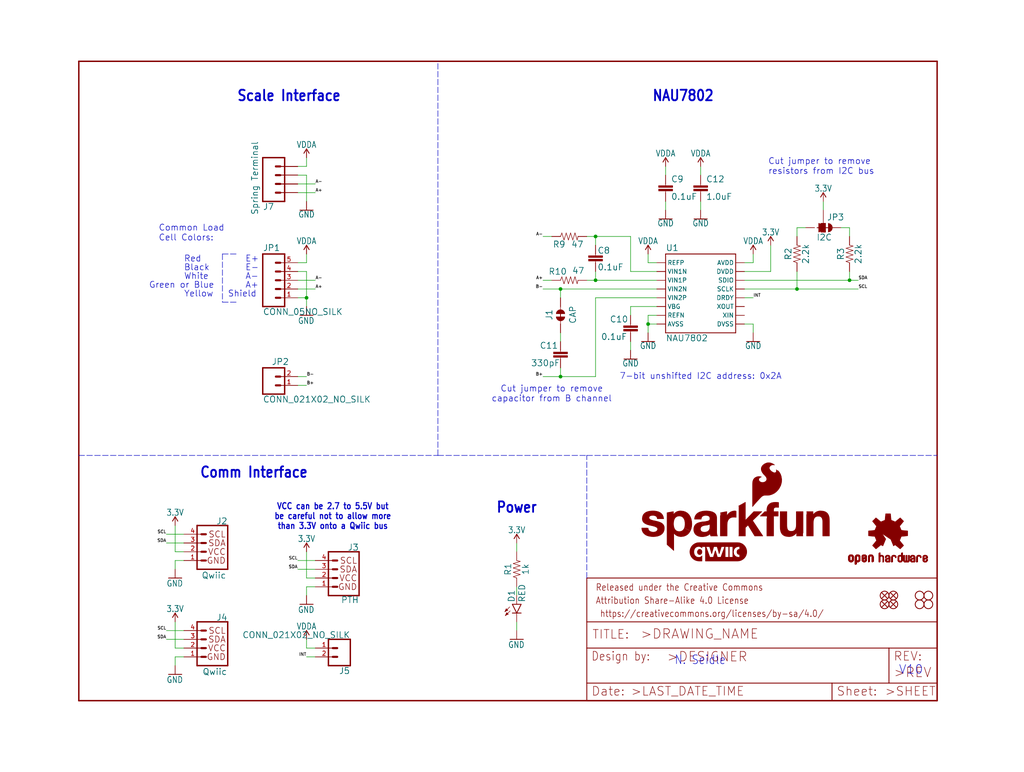
<source format=kicad_sch>
(kicad_sch (version 20211123) (generator eeschema)
  (paper "User" 297.002 223.926)
  (lib_symbols
    (symbol "eagleSchem-eagle-import:0.1UF-0603-25V-(+80{slash}-20%)"
      (property "Reference" "C" (at 1.524 2.921 0))
      (property "Value" "0.1UF-0603-25V-(+80{slash}-20%)" (at 1.524 -2.159 0))
      (symbol "0.1UF-0603-25V-(+80{slash}-20%)_1_0"
        (pin passive line (at 0 5.08 270) (length 2.54) (name "1") (number "1"))
        (pin passive line (at 0 -2.54 90) (length 2.54) (name "2") (number "2"))
      )
    )
    (symbol "eagleSchem-eagle-import:1.0UF-0603-16V-10%"
      (property "Reference" "C" (at 1.524 2.921 0))
      (property "Value" "1.0UF-0603-16V-10%" (at 1.524 -2.159 0))
      (symbol "1.0UF-0603-16V-10%_1_0"
        (pin passive line (at 0 5.08 270) (length 2.54) (name "1") (number "1"))
        (pin passive line (at 0 -2.54 90) (length 2.54) (name "2") (number "2"))
      )
    )
    (symbol "eagleSchem-eagle-import:1KOHM-0603-1{slash}10W-1%"
      (property "Reference" "R" (at 0 1.524 0))
      (property "Value" "1KOHM-0603-1{slash}10W-1%" (at 0 -1.524 0))
      (symbol "1KOHM-0603-1{slash}10W-1%_1_0"
        (pin passive line (at -5.08 0 0) (length 2.54) (name "1") (number "1"))
        (pin passive line (at 5.08 0 180) (length 2.54) (name "2") (number "2"))
      )
    )
    (symbol "eagleSchem-eagle-import:2.2KOHM-0603-1{slash}10W-1%"
      (property "Reference" "R" (at 0 1.524 0))
      (property "Value" "2.2KOHM-0603-1{slash}10W-1%" (at 0 -1.524 0))
      (symbol "2.2KOHM-0603-1{slash}10W-1%_1_0"
        (pin passive line (at -5.08 0 0) (length 2.54) (name "1") (number "1"))
        (pin passive line (at 5.08 0 180) (length 2.54) (name "2") (number "2"))
      )
    )
    (symbol "eagleSchem-eagle-import:3.3V" (power)
      (property "Value" "3.3V" (at 0 2.794 0))
      (symbol "3.3V_1_0"
        (pin power_in line (at 0 0 90) (length 2.54) (name "3.3V") (number "1"))
      )
    )
    (symbol "eagleSchem-eagle-import:330PF-0603-50V-5%"
      (property "Reference" "C" (at 1.524 2.921 0))
      (property "Value" "330PF-0603-50V-5%" (at 1.524 -2.159 0))
      (symbol "330PF-0603-50V-5%_1_0"
        (pin passive line (at 0 5.08 270) (length 2.54) (name "1") (number "1"))
        (pin passive line (at 0 -2.54 90) (length 2.54) (name "2") (number "2"))
      )
    )
    (symbol "eagleSchem-eagle-import:47OHM-0603-1{slash}10W-1%"
      (property "Reference" "R" (at 0 1.524 0))
      (property "Value" "47OHM-0603-1{slash}10W-1%" (at 0 -1.524 0))
      (symbol "47OHM-0603-1{slash}10W-1%_1_0"
        (pin passive line (at -5.08 0 0) (length 2.54) (name "1") (number "1"))
        (pin passive line (at 5.08 0 180) (length 2.54) (name "2") (number "2"))
      )
    )
    (symbol "eagleSchem-eagle-import:CONN_021X02_NO_SILK"
      (property "Reference" "J" (at -2.54 5.588 0))
      (property "Value" "CONN_021X02_NO_SILK" (at -2.54 -4.826 0))
      (symbol "CONN_021X02_NO_SILK_1_0"
        (pin passive line (at 7.62 0 180) (length 5.08) (name "1") (number "1"))
        (pin passive line (at 7.62 2.54 180) (length 5.08) (name "2") (number "2"))
      )
    )
    (symbol "eagleSchem-eagle-import:CONN_04SPRING"
      (property "Reference" "J" (at -5.08 8.128 0))
      (property "Value" "CONN_04SPRING" (at -5.08 -7.366 0))
      (symbol "CONN_04SPRING_1_0"
        (pin passive line (at 5.08 -2.54 180) (length 5.08) (name "1") (number "1"))
        (pin passive line (at 5.08 0 180) (length 5.08) (name "2") (number "2"))
        (pin passive line (at 5.08 2.54 180) (length 5.08) (name "3") (number "3"))
        (pin passive line (at 5.08 5.08 180) (length 5.08) (name "4") (number "4"))
        (pin passive line (at 5.08 -2.54 180) (length 5.08) (name "1") (number "5"))
        (pin passive line (at 5.08 0 180) (length 5.08) (name "2") (number "6"))
        (pin passive line (at 5.08 2.54 180) (length 5.08) (name "3") (number "7"))
        (pin passive line (at 5.08 5.08 180) (length 5.08) (name "4") (number "8"))
      )
    )
    (symbol "eagleSchem-eagle-import:CONN_05NO_SILK"
      (property "Reference" "J" (at -2.54 8.128 0))
      (property "Value" "CONN_05NO_SILK" (at -2.54 -9.906 0))
      (symbol "CONN_05NO_SILK_1_0"
        (pin passive line (at 7.62 -5.08 180) (length 5.08) (name "1") (number "1"))
        (pin passive line (at 7.62 -2.54 180) (length 5.08) (name "2") (number "2"))
        (pin passive line (at 7.62 0 180) (length 5.08) (name "3") (number "3"))
        (pin passive line (at 7.62 2.54 180) (length 5.08) (name "4") (number "4"))
        (pin passive line (at 7.62 5.08 180) (length 5.08) (name "5") (number "5"))
      )
    )
    (symbol "eagleSchem-eagle-import:FIDUCIALUFIDUCIAL")
    (symbol "eagleSchem-eagle-import:FRAME-LETTER"
      (symbol "FRAME-LETTER_2_0"
        (text " https://creativecommons.org/licenses/by-sa/4.0/" (at 2.54 24.13 0) (effects (font (size 1.9304 1.6408)) (justify left bottom)))
        (text ">DESIGNER" (at 23.114 11.176 0) (effects (font (size 2.7432 2.7432)) (justify left bottom)))
        (text ">DRAWING_NAME" (at 15.494 17.78 0) (effects (font (size 2.7432 2.7432)) (justify left bottom)))
        (text ">LAST_DATE_TIME" (at 12.7 1.27 0) (effects (font (size 2.54 2.54)) (justify left bottom)))
        (text ">REV" (at 88.9 6.604 0) (effects (font (size 2.7432 2.7432)) (justify left bottom)))
        (text ">SHEET" (at 86.36 1.27 0) (effects (font (size 2.54 2.54)) (justify left bottom)))
        (text "Attribution Share-Alike 4.0 License" (at 2.54 27.94 0) (effects (font (size 1.9304 1.6408)) (justify left bottom)))
        (text "Date:" (at 1.27 1.27 0) (effects (font (size 2.54 2.54)) (justify left bottom)))
        (text "Design by:" (at 1.27 11.43 0) (effects (font (size 2.54 2.159)) (justify left bottom)))
        (text "Released under the Creative Commons" (at 2.54 31.75 0) (effects (font (size 1.9304 1.6408)) (justify left bottom)))
        (text "REV:" (at 88.9 11.43 0) (effects (font (size 2.54 2.54)) (justify left bottom)))
        (text "Sheet:" (at 72.39 1.27 0) (effects (font (size 2.54 2.54)) (justify left bottom)))
        (text "TITLE:" (at 1.524 17.78 0) (effects (font (size 2.54 2.54)) (justify left bottom)))
      )
    )
    (symbol "eagleSchem-eagle-import:GND" (power)
      (property "Value" "GND" (at 0 -0.254 0))
      (symbol "GND_1_0"
        (pin power_in line (at 0 2.54 270) (length 2.54) (name "GND") (number "1"))
      )
    )
    (symbol "eagleSchem-eagle-import:I2C_STANDARDQWIIC"
      (property "Reference" "J" (at -5.08 7.874 0))
      (property "Value" "I2C_STANDARDQWIIC" (at -5.08 -5.334 0))
      (symbol "I2C_STANDARDQWIIC_1_0"
        (text "GND" (at -4.572 -2.54 0) (effects (font (size 1.778 1.778)) (justify left)))
        (text "SCL" (at -4.572 5.08 0) (effects (font (size 1.778 1.778)) (justify left)))
        (text "SDA" (at -4.572 2.54 0) (effects (font (size 1.778 1.778)) (justify left)))
        (text "VCC" (at -4.572 0 0) (effects (font (size 1.778 1.778)) (justify left)))
        (pin power_in line (at 7.62 -2.54 180) (length 5.08) (name "1") (number "1"))
        (pin power_in line (at 7.62 0 180) (length 5.08) (name "2") (number "2"))
        (pin passive line (at 7.62 2.54 180) (length 5.08) (name "3") (number "3"))
        (pin passive line (at 7.62 5.08 180) (length 5.08) (name "4") (number "4"))
      )
    )
    (symbol "eagleSchem-eagle-import:I2C_STANDARD_NO_SILK"
      (property "Reference" "J" (at -5.08 7.874 0))
      (property "Value" "I2C_STANDARD_NO_SILK" (at -5.08 -5.334 0))
      (symbol "I2C_STANDARD_NO_SILK_1_0"
        (text "GND" (at -4.572 -2.54 0) (effects (font (size 1.778 1.778)) (justify left)))
        (text "SCL" (at -4.572 5.08 0) (effects (font (size 1.778 1.778)) (justify left)))
        (text "SDA" (at -4.572 2.54 0) (effects (font (size 1.778 1.778)) (justify left)))
        (text "VCC" (at -4.572 0 0) (effects (font (size 1.778 1.778)) (justify left)))
        (pin power_in line (at 7.62 -2.54 180) (length 5.08) (name "1") (number "1"))
        (pin power_in line (at 7.62 0 180) (length 5.08) (name "2") (number "2"))
        (pin passive line (at 7.62 2.54 180) (length 5.08) (name "3") (number "3"))
        (pin passive line (at 7.62 5.08 180) (length 5.08) (name "4") (number "4"))
      )
    )
    (symbol "eagleSchem-eagle-import:JUMPER-SMT_2_NC_TRACE_SILK"
      (property "Reference" "JP" (at -2.54 2.54 0))
      (property "Value" "JUMPER-SMT_2_NC_TRACE_SILK" (at -2.54 -2.54 0))
      (symbol "JUMPER-SMT_2_NC_TRACE_SILK_1_0"
        (pin passive line (at -5.08 0 0) (length 2.54) (name "1") (number "1"))
        (pin passive line (at 5.08 0 180) (length 2.54) (name "2") (number "2"))
      )
    )
    (symbol "eagleSchem-eagle-import:JUMPER-SMT_3_2-NC_TRACE_SILK"
      (property "Reference" "JP" (at 2.54 0.381 0))
      (property "Value" "JUMPER-SMT_3_2-NC_TRACE_SILK" (at 2.54 -0.381 0))
      (symbol "JUMPER-SMT_3_2-NC_TRACE_SILK_1_0"
        (pin passive line (at 0 5.08 270) (length 2.54) (name "1") (number "1"))
        (pin passive line (at -5.08 0 0) (length 2.54) (name "2") (number "2"))
        (pin passive line (at 0 -5.08 90) (length 2.54) (name "3") (number "3"))
      )
    )
    (symbol "eagleSchem-eagle-import:LED-RED0603"
      (property "Reference" "D" (at -3.429 -4.572 90))
      (property "Value" "LED-RED0603" (at 1.905 -4.572 90))
      (symbol "LED-RED0603_1_0"
        (pin passive line (at 0 2.54 270) (length 2.54) (name "A") (number "A"))
        (pin passive line (at 0 -5.08 90) (length 2.54) (name "C") (number "C"))
      )
    )
    (symbol "eagleSchem-eagle-import:NAU7802SOIC"
      (property "Reference" "U" (at -10.16 10.922 0))
      (property "Value" "NAU7802SOIC" (at -10.16 -15.24 0))
      (symbol "NAU7802SOIC_1_0"
        (pin bidirectional line (at -12.7 7.62 0) (length 2.54) (name "REFP") (number "1"))
        (pin bidirectional line (at 12.7 -7.62 180) (length 2.54) (name "XIN") (number "10"))
        (pin bidirectional line (at 12.7 -5.08 180) (length 2.54) (name "XOUT") (number "11"))
        (pin bidirectional line (at 12.7 -2.54 180) (length 2.54) (name "DRDY") (number "12"))
        (pin bidirectional line (at 12.7 0 180) (length 2.54) (name "SCLK") (number "13"))
        (pin bidirectional line (at 12.7 2.54 180) (length 2.54) (name "SDIO") (number "14"))
        (pin bidirectional line (at 12.7 5.08 180) (length 2.54) (name "DVDD") (number "15"))
        (pin bidirectional line (at 12.7 7.62 180) (length 2.54) (name "AVDD") (number "16"))
        (pin bidirectional line (at -12.7 5.08 0) (length 2.54) (name "VIN1N") (number "2"))
        (pin bidirectional line (at -12.7 2.54 0) (length 2.54) (name "VIN1P") (number "3"))
        (pin bidirectional line (at -12.7 0 0) (length 2.54) (name "VIN2N") (number "4"))
        (pin bidirectional line (at -12.7 -2.54 0) (length 2.54) (name "VIN2P") (number "5"))
        (pin bidirectional line (at -12.7 -5.08 0) (length 2.54) (name "VBG") (number "6"))
        (pin bidirectional line (at -12.7 -7.62 0) (length 2.54) (name "REFN") (number "7"))
        (pin bidirectional line (at -12.7 -10.16 0) (length 2.54) (name "AVSS") (number "8"))
        (pin bidirectional line (at 12.7 -10.16 180) (length 2.54) (name "DVSS") (number "9"))
      )
    )
    (symbol "eagleSchem-eagle-import:OSHW-LOGOMINI")
    (symbol "eagleSchem-eagle-import:QWIIC_LOGO_7MM")
    (symbol "eagleSchem-eagle-import:SFE_LOGO_NAME_FLAME.1_INCH")
    (symbol "eagleSchem-eagle-import:STAND-OFF")
    (symbol "eagleSchem-eagle-import:VDDA" (power)
      (property "Value" "VDDA" (at 0 2.794 0))
      (symbol "VDDA_1_0"
        (pin power_in line (at 0 0 90) (length 2.54) (name "VDDA") (number "1"))
      )
    )
  )
  (junction (at 172.72 68.58))
  (junction (at 88.9 86.36))
  (junction (at 231.14 83.82))
  (junction (at 172.72 81.28))
  (junction (at 162.56 83.82))
  (junction (at 187.96 93.98))
  (junction (at 162.56 109.22))
  (junction (at 246.38 81.28))
  (polyline (pts (xy 127 132.08) (xy 170.18 132.08)))
  (wire (pts (xy 86.36 55.88) (xy 91.44 55.88)))
  (wire (pts (xy 215.9 86.36) (xy 218.44 86.36)))
  (wire (pts (xy 162.56 83.82) (xy 162.56 86.36)))
  (wire (pts (xy 91.44 165.1) (xy 86.36 165.1)))
  (wire (pts (xy 149.86 172.72) (xy 149.86 170.18)))
  (wire (pts (xy 187.96 73.66) (xy 187.96 76.2)))
  (wire (pts (xy 149.86 182.88) (xy 149.86 180.34)))
  (wire (pts (xy 215.9 81.28) (xy 246.38 81.28)))
  (wire (pts (xy 53.34 187.96) (xy 50.8 187.96)))
  (wire (pts (xy 215.9 83.82) (xy 231.14 83.82)))
  (wire (pts (xy 190.5 86.36) (xy 172.72 86.36)))
  (wire (pts (xy 157.48 83.82) (xy 162.56 83.82)))
  (wire (pts (xy 88.9 170.18) (xy 88.9 172.72)))
  (wire (pts (xy 50.8 190.5) (xy 50.8 193.04)))
  (wire (pts (xy 53.34 157.48) (xy 48.26 157.48)))
  (wire (pts (xy 231.14 83.82) (xy 248.92 83.82)))
  (wire (pts (xy 88.9 187.96) (xy 88.9 185.42)))
  (wire (pts (xy 218.44 76.2) (xy 218.44 73.66)))
  (wire (pts (xy 223.52 78.74) (xy 223.52 71.12)))
  (wire (pts (xy 172.72 71.12) (xy 172.72 68.58)))
  (wire (pts (xy 86.36 81.28) (xy 91.44 81.28)))
  (wire (pts (xy 218.44 93.98) (xy 218.44 96.52)))
  (wire (pts (xy 172.72 86.36) (xy 172.72 109.22)))
  (wire (pts (xy 246.38 81.28) (xy 248.92 81.28)))
  (polyline (pts (xy 170.18 167.64) (xy 170.18 132.08)))
  (wire (pts (xy 233.68 66.04) (xy 231.14 66.04)))
  (wire (pts (xy 86.36 109.22) (xy 88.9 109.22)))
  (wire (pts (xy 172.72 68.58) (xy 182.88 68.58)))
  (wire (pts (xy 91.44 187.96) (xy 88.9 187.96)))
  (wire (pts (xy 88.9 50.8) (xy 88.9 58.42)))
  (wire (pts (xy 91.44 162.56) (xy 86.36 162.56)))
  (wire (pts (xy 86.36 50.8) (xy 88.9 50.8)))
  (wire (pts (xy 162.56 99.06) (xy 162.56 96.52)))
  (wire (pts (xy 190.5 78.74) (xy 182.88 78.74)))
  (wire (pts (xy 86.36 83.82) (xy 91.44 83.82)))
  (wire (pts (xy 53.34 154.94) (xy 48.26 154.94)))
  (polyline (pts (xy 64.516 73.66) (xy 68.58 73.66)))
  (wire (pts (xy 182.88 88.9) (xy 182.88 91.44)))
  (wire (pts (xy 190.5 88.9) (xy 182.88 88.9)))
  (wire (pts (xy 88.9 86.36) (xy 88.9 88.9)))
  (wire (pts (xy 193.04 48.26) (xy 193.04 50.8)))
  (wire (pts (xy 50.8 160.02) (xy 50.8 152.4)))
  (wire (pts (xy 157.48 68.58) (xy 160.02 68.58)))
  (polyline (pts (xy 127 132.08) (xy 127 17.78)))
  (wire (pts (xy 91.44 190.5) (xy 88.9 190.5)))
  (wire (pts (xy 53.34 162.56) (xy 50.8 162.56)))
  (wire (pts (xy 53.34 160.02) (xy 50.8 160.02)))
  (wire (pts (xy 88.9 48.26) (xy 88.9 45.72)))
  (wire (pts (xy 193.04 58.42) (xy 193.04 60.96)))
  (wire (pts (xy 53.34 185.42) (xy 48.26 185.42)))
  (wire (pts (xy 53.34 182.88) (xy 48.26 182.88)))
  (wire (pts (xy 91.44 167.64) (xy 88.9 167.64)))
  (wire (pts (xy 50.8 162.56) (xy 50.8 165.1)))
  (wire (pts (xy 86.36 86.36) (xy 88.9 86.36)))
  (wire (pts (xy 50.8 187.96) (xy 50.8 180.34)))
  (wire (pts (xy 91.44 170.18) (xy 88.9 170.18)))
  (wire (pts (xy 162.56 109.22) (xy 157.48 109.22)))
  (wire (pts (xy 231.14 66.04) (xy 231.14 68.58)))
  (wire (pts (xy 172.72 78.74) (xy 172.72 81.28)))
  (polyline (pts (xy 64.516 73.66) (xy 64.516 87.63)))
  (wire (pts (xy 88.9 167.64) (xy 88.9 160.02)))
  (wire (pts (xy 86.36 111.76) (xy 88.9 111.76)))
  (wire (pts (xy 190.5 81.28) (xy 172.72 81.28)))
  (wire (pts (xy 53.34 190.5) (xy 50.8 190.5)))
  (wire (pts (xy 203.2 48.26) (xy 203.2 50.8)))
  (wire (pts (xy 238.76 58.42) (xy 238.76 60.96)))
  (wire (pts (xy 190.5 91.44) (xy 187.96 91.44)))
  (wire (pts (xy 88.9 76.2) (xy 88.9 73.66)))
  (wire (pts (xy 170.18 68.58) (xy 172.72 68.58)))
  (wire (pts (xy 86.36 76.2) (xy 88.9 76.2)))
  (wire (pts (xy 172.72 81.28) (xy 170.18 81.28)))
  (wire (pts (xy 215.9 76.2) (xy 218.44 76.2)))
  (wire (pts (xy 162.56 109.22) (xy 162.56 106.68)))
  (wire (pts (xy 190.5 83.82) (xy 162.56 83.82)))
  (wire (pts (xy 187.96 93.98) (xy 187.96 96.52)))
  (wire (pts (xy 182.88 101.6) (xy 182.88 99.06)))
  (wire (pts (xy 246.38 78.74) (xy 246.38 81.28)))
  (polyline (pts (xy 170.18 132.08) (xy 271.78 132.08)))
  (wire (pts (xy 215.9 93.98) (xy 218.44 93.98)))
  (wire (pts (xy 157.48 81.28) (xy 160.02 81.28)))
  (wire (pts (xy 149.86 157.48) (xy 149.86 160.02)))
  (wire (pts (xy 203.2 58.42) (xy 203.2 60.96)))
  (wire (pts (xy 88.9 78.74) (xy 88.9 86.36)))
  (wire (pts (xy 246.38 66.04) (xy 246.38 68.58)))
  (polyline (pts (xy 22.86 132.08) (xy 127 132.08)))
  (wire (pts (xy 187.96 91.44) (xy 187.96 93.98)))
  (wire (pts (xy 231.14 78.74) (xy 231.14 83.82)))
  (wire (pts (xy 182.88 68.58) (xy 182.88 78.74)))
  (wire (pts (xy 86.36 53.34) (xy 91.44 53.34)))
  (wire (pts (xy 243.84 66.04) (xy 246.38 66.04)))
  (wire (pts (xy 172.72 109.22) (xy 162.56 109.22)))
  (polyline (pts (xy 64.516 87.63) (xy 68.58 87.63)))
  (wire (pts (xy 187.96 76.2) (xy 190.5 76.2)))
  (wire (pts (xy 215.9 78.74) (xy 223.52 78.74)))
  (wire (pts (xy 86.36 78.74) (xy 88.9 78.74)))
  (wire (pts (xy 86.36 48.26) (xy 88.9 48.26)))
  (wire (pts (xy 190.5 93.98) (xy 187.96 93.98)))
  (text "7-bit unshifted I2C address: 0x2A" (at 203.2 109.22 180) (effects (font (size 1.778 1.778))))
  (text "N. Seidle" (at 195.58 193.04 180) (effects (font (size 2.54 2.159)) (justify left bottom)))
  (text "White" (at 53.34 81.28 180) (effects (font (size 1.778 1.778)) (justify left bottom)))
  (text "Scale Interface" (at 83.82 27.94 180) (effects (font (size 3.048 2.5908) (thickness 0.5182) bold)))
  (text "Comm Interface" (at 73.66 137.16 180) (effects (font (size 3.048 2.5908) (thickness 0.5182) bold)))
  (text "V10" (at 260.604 195.834 180) (effects (font (size 2.54 2.54)) (justify left bottom)))
  (text "Cut jumper to remove\ncapacitor from B channel" (at 160.02 114.3 180) (effects (font (size 1.778 1.778))))
  (text "A+" (at 71.12 83.82 180) (effects (font (size 1.778 1.778)) (justify left bottom)))
  (text "E-" (at 71.12 78.74 180) (effects (font (size 1.778 1.778)) (justify left bottom)))
  (text "Yellow" (at 53.34 86.36 180) (effects (font (size 1.778 1.778)) (justify left bottom)))
  (text "VCC can be 2.7 to 5.5V but\nbe careful not to allow more\nthan 3.3V onto a Qwiic bus" (at 96.52 149.86 0) (effects (font (size 1.778 1.5113) (thickness 0.3023) bold)))
  (text "E+" (at 71.12 76.2 180) (effects (font (size 1.778 1.778)) (justify left bottom)))
  (text "A-" (at 71.12 81.28 180) (effects (font (size 1.778 1.778)) (justify left bottom)))
  (text "Power" (at 149.86 147.32 180) (effects (font (size 3.048 2.5908) (thickness 0.5182) bold)))
  (text "Red" (at 53.34 76.2 180) (effects (font (size 1.778 1.778)) (justify left bottom)))
  (text "NAU7802" (at 198.12 27.94 180) (effects (font (size 3.048 2.5908) (thickness 0.5182) bold)))
  (text "Shield" (at 66.04 86.36 180) (effects (font (size 1.778 1.778)) (justify left bottom)))
  (text "Black" (at 53.34 78.74 180) (effects (font (size 1.778 1.778)) (justify left bottom)))
  (text "Green or Blue" (at 43.18 83.82 180) (effects (font (size 1.778 1.778)) (justify left bottom)))
  (text "Cut jumper to remove\nresistors from I2C bus" (at 222.758 50.8 180) (effects (font (size 1.778 1.778)) (justify left bottom)))
  (text "Common Load\nCell Colors:" (at 45.974 70.104 180) (effects (font (size 1.778 1.778)) (justify left bottom)))
  (label "B-" (at 157.48 83.82 180) (effects (font (size 0.889 0.889))))
  (label "A-" (at 91.44 81.28 0) (effects (font (size 0.889 0.889))))
  (label "SDA" (at 248.92 81.28 0) (effects (font (size 0.889 0.889))))
  (label "A+" (at 91.44 83.82 0) (effects (font (size 0.889 0.889))))
  (label "SCL" (at 248.92 83.82 0) (effects (font (size 0.889 0.889))))
  (label "A+" (at 157.48 81.28 180) (effects (font (size 0.889 0.889))))
  (label "SDA" (at 86.36 165.1 180) (effects (font (size 0.889 0.889))))
  (label "INT" (at 218.44 86.36 0) (effects (font (size 0.889 0.889))))
  (label "SDA" (at 48.26 157.48 180) (effects (font (size 0.889 0.889))))
  (label "SCL" (at 48.26 182.88 180) (effects (font (size 0.889 0.889))))
  (label "INT" (at 88.9 190.5 180) (effects (font (size 0.889 0.889))))
  (label "B+" (at 88.9 111.76 0) (effects (font (size 0.889 0.889))))
  (label "A+" (at 91.44 55.88 0) (effects (font (size 0.889 0.889))))
  (label "A-" (at 157.48 68.58 180) (effects (font (size 0.889 0.889))))
  (label "B+" (at 157.48 109.22 180) (effects (font (size 0.889 0.889))))
  (label "SCL" (at 48.26 154.94 180) (effects (font (size 0.889 0.889))))
  (label "SDA" (at 48.26 185.42 180) (effects (font (size 0.889 0.889))))
  (label "SCL" (at 86.36 162.56 180) (effects (font (size 0.889 0.889))))
  (label "A-" (at 91.44 53.34 0) (effects (font (size 0.889 0.889))))
  (label "B-" (at 88.9 109.22 0) (effects (font (size 0.889 0.889))))
  (symbol (lib_id "eagleSchem-eagle-import:0.1UF-0603-25V-(+80{slash}-20%)") (at 193.04 55.88 0) (unit 1)
    (property "Reference" "C9" (at 194.564 52.959 0) (effects (font (size 1.778 1.778)) (justify left bottom)))
    (property "Value" "0.1uF" (at 194.564 58.039 0) (effects (font (size 1.778 1.778)) (justify left bottom)))
    (property "Footprint" "eagleSchem:0603" (effects hide))
  )
  (symbol (lib_id "eagleSchem-eagle-import:STAND-OFF") (at 266.7 172.72 0) (unit 1)
    (property "Reference" "JP91" (effects hide))
    (property "Value" "STAND-OFF" (effects hide))
    (property "Footprint" "eagleSchem:STAND-OFF" (effects hide))
  )
  (symbol (lib_id "eagleSchem-eagle-import:GND") (at 182.88 104.14 0) (unit 1)
    (property "Reference" "#GND19" (effects hide))
    (property "Value" "GND" (at 182.88 104.394 0) (effects (font (size 1.778 1.5113)) (justify top)))
    (property "Footprint" "eagleSchem:" (effects hide))
  )
  (symbol (lib_id "eagleSchem-eagle-import:FIDUCIALUFIDUCIAL") (at 259.08 172.72 0) (unit 1)
    (property "Reference" "JP61" (effects hide))
    (property "Value" "FIDUCIALUFIDUCIAL" (effects hide))
    (property "Footprint" "eagleSchem:MICRO-FIDUCIAL" (effects hide))
  )
  (symbol (lib_id "eagleSchem-eagle-import:GND") (at 203.2 63.5 0) (unit 1)
    (property "Reference" "#GND24" (effects hide))
    (property "Value" "GND" (at 203.2 63.754 0) (effects (font (size 1.778 1.5113)) (justify top)))
    (property "Footprint" "eagleSchem:" (effects hide))
  )
  (symbol (lib_id "eagleSchem-eagle-import:VDDA") (at 88.9 73.66 0) (unit 1)
    (property "Reference" "#U$73" (effects hide))
    (property "Value" "VDDA" (at 88.9 70.866 0) (effects (font (size 1.778 1.5113)) (justify bottom)))
    (property "Footprint" "eagleSchem:" (effects hide))
  )
  (symbol (lib_id "eagleSchem-eagle-import:FRAME-LETTER") (at 22.86 203.2 0) (unit 1)
    (property "Reference" "FRAME1" (effects hide))
    (property "Value" "FRAME-LETTER" (effects hide))
    (property "Footprint" "eagleSchem:CREATIVE_COMMONS" (effects hide))
  )
  (symbol (lib_id "eagleSchem-eagle-import:STAND-OFF") (at 269.24 175.26 0) (unit 1)
    (property "Reference" "JP41" (effects hide))
    (property "Value" "STAND-OFF" (effects hide))
    (property "Footprint" "eagleSchem:STAND-OFF" (effects hide))
  )
  (symbol (lib_id "eagleSchem-eagle-import:1KOHM-0603-1{slash}10W-1%") (at 149.86 165.1 90) (unit 1)
    (property "Reference" "R1" (at 148.336 165.1 0) (effects (font (size 1.778 1.778)) (justify bottom)))
    (property "Value" "1k" (at 151.384 165.1 0) (effects (font (size 1.778 1.778)) (justify top)))
    (property "Footprint" "eagleSchem:0603" (effects hide))
  )
  (symbol (lib_id "eagleSchem-eagle-import:STAND-OFF") (at 269.24 172.72 0) (unit 1)
    (property "Reference" "JP31" (effects hide))
    (property "Value" "STAND-OFF" (effects hide))
    (property "Footprint" "eagleSchem:STAND-OFF" (effects hide))
  )
  (symbol (lib_id "eagleSchem-eagle-import:1.0UF-0603-16V-10%") (at 203.2 55.88 0) (unit 1)
    (property "Reference" "C12" (at 204.724 52.959 0) (effects (font (size 1.778 1.778)) (justify left bottom)))
    (property "Value" "1.0uF" (at 204.724 58.039 0) (effects (font (size 1.778 1.778)) (justify left bottom)))
    (property "Footprint" "eagleSchem:0603" (effects hide))
  )
  (symbol (lib_id "eagleSchem-eagle-import:3.3V") (at 50.8 152.4 0) (unit 1)
    (property "Reference" "#SUPPLY4" (effects hide))
    (property "Value" "3.3V" (at 50.8 149.606 0) (effects (font (size 1.778 1.5113)) (justify bottom)))
    (property "Footprint" "eagleSchem:" (effects hide))
  )
  (symbol (lib_id "eagleSchem-eagle-import:47OHM-0603-1{slash}10W-1%") (at 165.1 68.58 0) (unit 1)
    (property "Reference" "R9" (at 160.274 71.882 0) (effects (font (size 1.778 1.778)) (justify left bottom)))
    (property "Value" "47" (at 165.608 71.882 0) (effects (font (size 1.778 1.778)) (justify left bottom)))
    (property "Footprint" "eagleSchem:0603" (effects hide))
  )
  (symbol (lib_id "eagleSchem-eagle-import:I2C_STANDARD_NO_SILK") (at 99.06 167.64 0) (mirror y) (unit 1)
    (property "Reference" "J3" (at 104.14 159.766 0) (effects (font (size 1.778 1.778)) (justify left bottom)))
    (property "Value" "PTH" (at 104.14 172.974 0) (effects (font (size 1.778 1.778)) (justify left top)))
    (property "Footprint" "eagleSchem:1X04_NO_SILK" (effects hide))
  )
  (symbol (lib_id "eagleSchem-eagle-import:0.1UF-0603-25V-(+80{slash}-20%)") (at 182.88 96.52 0) (unit 1)
    (property "Reference" "C10" (at 176.784 93.599 0) (effects (font (size 1.778 1.778)) (justify left bottom)))
    (property "Value" "0.1uF" (at 174.244 98.679 0) (effects (font (size 1.778 1.778)) (justify left bottom)))
    (property "Footprint" "eagleSchem:0603" (effects hide))
  )
  (symbol (lib_id "eagleSchem-eagle-import:GND") (at 50.8 167.64 0) (unit 1)
    (property "Reference" "#GND6" (effects hide))
    (property "Value" "GND" (at 48.26 170.18 0) (effects (font (size 1.778 1.5113)) (justify left bottom)))
    (property "Footprint" "eagleSchem:" (effects hide))
  )
  (symbol (lib_id "eagleSchem-eagle-import:FIDUCIALUFIDUCIAL") (at 256.54 175.26 270) (unit 1)
    (property "Reference" "JP71" (effects hide))
    (property "Value" "FIDUCIALUFIDUCIAL" (effects hide))
    (property "Footprint" "eagleSchem:MICRO-FIDUCIAL" (effects hide))
  )
  (symbol (lib_id "eagleSchem-eagle-import:GND") (at 193.04 63.5 0) (unit 1)
    (property "Reference" "#GND25" (effects hide))
    (property "Value" "GND" (at 193.04 63.754 0) (effects (font (size 1.778 1.5113)) (justify top)))
    (property "Footprint" "eagleSchem:" (effects hide))
  )
  (symbol (lib_id "eagleSchem-eagle-import:CONN_05NO_SILK") (at 78.74 81.28 0) (unit 1)
    (property "Reference" "JP1" (at 76.2 72.898 0) (effects (font (size 1.778 1.778)) (justify left bottom)))
    (property "Value" "CONN_05NO_SILK" (at 76.2 91.44 0) (effects (font (size 1.778 1.778)) (justify left bottom)))
    (property "Footprint" "eagleSchem:1X05_NO_SILK" (effects hide))
  )
  (symbol (lib_id "eagleSchem-eagle-import:VDDA") (at 193.04 48.26 0) (unit 1)
    (property "Reference" "#U$2" (effects hide))
    (property "Value" "VDDA" (at 193.04 45.466 0) (effects (font (size 1.778 1.5113)) (justify bottom)))
    (property "Footprint" "eagleSchem:" (effects hide))
  )
  (symbol (lib_id "eagleSchem-eagle-import:3.3V") (at 149.86 157.48 0) (unit 1)
    (property "Reference" "#P+1" (effects hide))
    (property "Value" "3.3V" (at 149.86 154.686 0) (effects (font (size 1.778 1.5113)) (justify bottom)))
    (property "Footprint" "eagleSchem:" (effects hide))
  )
  (symbol (lib_id "eagleSchem-eagle-import:CONN_021X02_NO_SILK") (at 78.74 111.76 0) (unit 1)
    (property "Reference" "JP2" (at 78.74 105.918 0) (effects (font (size 1.778 1.778)) (justify left bottom)))
    (property "Value" "CONN_021X02_NO_SILK" (at 76.2 116.84 0) (effects (font (size 1.778 1.778)) (justify left bottom)))
    (property "Footprint" "eagleSchem:1X02_NO_SILK" (effects hide))
  )
  (symbol (lib_id "eagleSchem-eagle-import:GND") (at 149.86 185.42 0) (unit 1)
    (property "Reference" "#GND12" (effects hide))
    (property "Value" "GND" (at 147.32 187.96 0) (effects (font (size 1.778 1.5113)) (justify left bottom)))
    (property "Footprint" "eagleSchem:" (effects hide))
  )
  (symbol (lib_id "eagleSchem-eagle-import:VDDA") (at 88.9 185.42 0) (unit 1)
    (property "Reference" "#U$74" (effects hide))
    (property "Value" "VDDA" (at 88.9 182.626 0) (effects (font (size 1.778 1.5113)) (justify bottom)))
    (property "Footprint" "eagleSchem:" (effects hide))
  )
  (symbol (lib_id "eagleSchem-eagle-import:SFE_LOGO_NAME_FLAME.1_INCH") (at 185.42 160.02 0) (unit 1)
    (property "Reference" "LOGO2" (effects hide))
    (property "Value" "SFE_LOGO_NAME_FLAME.1_INCH" (effects hide))
    (property "Footprint" "eagleSchem:SFE_LOGO_NAME_FLAME_.1" (effects hide))
  )
  (symbol (lib_id "eagleSchem-eagle-import:VDDA") (at 203.2 48.26 0) (unit 1)
    (property "Reference" "#U$47" (effects hide))
    (property "Value" "VDDA" (at 203.2 45.466 0) (effects (font (size 1.778 1.5113)) (justify bottom)))
    (property "Footprint" "eagleSchem:" (effects hide))
  )
  (symbol (lib_id "eagleSchem-eagle-import:JUMPER-SMT_3_2-NC_TRACE_SILK") (at 238.76 66.04 270) (unit 1)
    (property "Reference" "JP3" (at 239.776 64.008 90) (effects (font (size 1.778 1.778)) (justify left bottom)))
    (property "Value" "I2C" (at 236.728 69.85 90) (effects (font (size 1.778 1.778)) (justify left bottom)))
    (property "Footprint" "eagleSchem:SMT-JUMPER_3_2-NC_TRACE_SILK" (effects hide))
  )
  (symbol (lib_id "eagleSchem-eagle-import:JUMPER-SMT_2_NC_TRACE_SILK") (at 162.56 91.44 90) (unit 1)
    (property "Reference" "J1" (at 160.274 92.964 0) (effects (font (size 1.778 1.778)) (justify left bottom)))
    (property "Value" "CAP" (at 165.1 93.98 0) (effects (font (size 1.778 1.778)) (justify left top)))
    (property "Footprint" "eagleSchem:SMT-JUMPER_2_NC_TRACE_SILK" (effects hide))
  )
  (symbol (lib_id "eagleSchem-eagle-import:0.1UF-0603-25V-(+80{slash}-20%)") (at 172.72 76.2 0) (unit 1)
    (property "Reference" "C8" (at 173.228 73.66 0) (effects (font (size 1.778 1.778)) (justify left bottom)))
    (property "Value" "0.1uF" (at 173.228 78.486 0) (effects (font (size 1.778 1.778)) (justify left bottom)))
    (property "Footprint" "eagleSchem:0603" (effects hide))
  )
  (symbol (lib_id "eagleSchem-eagle-import:VDDA") (at 187.96 73.66 0) (unit 1)
    (property "Reference" "#U$54" (effects hide))
    (property "Value" "VDDA" (at 187.96 70.866 0) (effects (font (size 1.778 1.5113)) (justify bottom)))
    (property "Footprint" "eagleSchem:" (effects hide))
  )
  (symbol (lib_id "eagleSchem-eagle-import:47OHM-0603-1{slash}10W-1%") (at 165.1 81.28 0) (unit 1)
    (property "Reference" "R10" (at 159.004 79.756 0) (effects (font (size 1.778 1.778)) (justify left bottom)))
    (property "Value" "47" (at 165.862 79.502 0) (effects (font (size 1.778 1.778)) (justify left bottom)))
    (property "Footprint" "eagleSchem:0603" (effects hide))
  )
  (symbol (lib_id "eagleSchem-eagle-import:CONN_021X02_NO_SILK") (at 99.06 187.96 180) (unit 1)
    (property "Reference" "J5" (at 101.6 193.548 0) (effects (font (size 1.778 1.778)) (justify left bottom)))
    (property "Value" "CONN_021X02_NO_SILK" (at 101.6 183.134 0) (effects (font (size 1.778 1.778)) (justify left bottom)))
    (property "Footprint" "eagleSchem:1X02_NO_SILK" (effects hide))
  )
  (symbol (lib_id "eagleSchem-eagle-import:GND") (at 88.9 175.26 0) (unit 1)
    (property "Reference" "#GND7" (effects hide))
    (property "Value" "GND" (at 86.36 177.8 0) (effects (font (size 1.778 1.5113)) (justify left bottom)))
    (property "Footprint" "eagleSchem:" (effects hide))
  )
  (symbol (lib_id "eagleSchem-eagle-import:3.3V") (at 223.52 71.12 0) (unit 1)
    (property "Reference" "#SUPPLY17" (effects hide))
    (property "Value" "3.3V" (at 223.52 68.326 0) (effects (font (size 1.778 1.5113)) (justify bottom)))
    (property "Footprint" "eagleSchem:" (effects hide))
  )
  (symbol (lib_id "eagleSchem-eagle-import:NAU7802SOIC") (at 203.2 83.82 0) (unit 1)
    (property "Reference" "U1" (at 193.04 72.898 0) (effects (font (size 1.778 1.778)) (justify left bottom)))
    (property "Value" "NAU7802" (at 193.04 99.06 0) (effects (font (size 1.778 1.778)) (justify left bottom)))
    (property "Footprint" "eagleSchem:SO16" (effects hide))
  )
  (symbol (lib_id "eagleSchem-eagle-import:GND") (at 50.8 195.58 0) (unit 1)
    (property "Reference" "#GND8" (effects hide))
    (property "Value" "GND" (at 48.26 198.12 0) (effects (font (size 1.778 1.5113)) (justify left bottom)))
    (property "Footprint" "eagleSchem:" (effects hide))
  )
  (symbol (lib_id "eagleSchem-eagle-import:GND") (at 88.9 91.44 0) (unit 1)
    (property "Reference" "#GND9" (effects hide))
    (property "Value" "GND" (at 86.36 93.98 0) (effects (font (size 1.778 1.5113)) (justify left bottom)))
    (property "Footprint" "eagleSchem:" (effects hide))
  )
  (symbol (lib_id "eagleSchem-eagle-import:GND") (at 88.9 60.96 0) (unit 1)
    (property "Reference" "#GND1" (effects hide))
    (property "Value" "GND" (at 88.9 61.214 0) (effects (font (size 1.778 1.5113)) (justify top)))
    (property "Footprint" "eagleSchem:" (effects hide))
  )
  (symbol (lib_id "eagleSchem-eagle-import:2.2KOHM-0603-1{slash}10W-1%") (at 246.38 73.66 90) (unit 1)
    (property "Reference" "R3" (at 244.856 73.66 0) (effects (font (size 1.778 1.778)) (justify bottom)))
    (property "Value" "2.2k" (at 247.904 73.66 0) (effects (font (size 1.778 1.778)) (justify top)))
    (property "Footprint" "eagleSchem:0603" (effects hide))
  )
  (symbol (lib_id "eagleSchem-eagle-import:STAND-OFF") (at 266.7 175.26 0) (unit 1)
    (property "Reference" "JP101" (effects hide))
    (property "Value" "STAND-OFF" (effects hide))
    (property "Footprint" "eagleSchem:STAND-OFF" (effects hide))
  )
  (symbol (lib_id "eagleSchem-eagle-import:3.3V") (at 50.8 180.34 0) (unit 1)
    (property "Reference" "#SUPPLY8" (effects hide))
    (property "Value" "3.3V" (at 50.8 177.546 0) (effects (font (size 1.778 1.5113)) (justify bottom)))
    (property "Footprint" "eagleSchem:" (effects hide))
  )
  (symbol (lib_id "eagleSchem-eagle-import:LED-RED0603") (at 149.86 175.26 0) (unit 1)
    (property "Reference" "D1" (at 149.352 174.752 90) (effects (font (size 1.778 1.778)) (justify left bottom)))
    (property "Value" "RED" (at 150.368 174.752 90) (effects (font (size 1.778 1.778)) (justify left top)))
    (property "Footprint" "eagleSchem:LED-0603" (effects hide))
  )
  (symbol (lib_id "eagleSchem-eagle-import:2.2KOHM-0603-1{slash}10W-1%") (at 231.14 73.66 90) (unit 1)
    (property "Reference" "R2" (at 229.616 73.66 0) (effects (font (size 1.778 1.778)) (justify bottom)))
    (property "Value" "2.2k" (at 232.664 73.66 0) (effects (font (size 1.778 1.778)) (justify top)))
    (property "Footprint" "eagleSchem:0603" (effects hide))
  )
  (symbol (lib_id "eagleSchem-eagle-import:GND") (at 187.96 99.06 0) (unit 1)
    (property "Reference" "#GND20" (effects hide))
    (property "Value" "GND" (at 187.96 99.314 0) (effects (font (size 1.778 1.5113)) (justify top)))
    (property "Footprint" "eagleSchem:" (effects hide))
  )
  (symbol (lib_id "eagleSchem-eagle-import:I2C_STANDARDQWIIC") (at 60.96 187.96 0) (mirror y) (unit 1)
    (property "Reference" "J4" (at 66.04 180.086 0) (effects (font (size 1.778 1.778)) (justify left bottom)))
    (property "Value" "Qwiic" (at 58.674 193.802 0) (effects (font (size 1.778 1.778)) (justify right top)))
    (property "Footprint" "eagleSchem:JST04_1MM_RA" (effects hide))
  )
  (symbol (lib_id "eagleSchem-eagle-import:QWIIC_LOGO_7MM") (at 208.28 160.02 0) (unit 1)
    (property "Reference" "U$16" (effects hide))
    (property "Value" "QWIIC_LOGO_7MM" (effects hide))
    (property "Footprint" "eagleSchem:QWIIC_7MM" (effects hide))
  )
  (symbol (lib_id "eagleSchem-eagle-import:I2C_STANDARDQWIIC") (at 60.96 160.02 0) (mirror y) (unit 1)
    (property "Reference" "J2" (at 66.04 152.146 0) (effects (font (size 1.778 1.778)) (justify left bottom)))
    (property "Value" "Qwiic" (at 58.42 167.894 0) (effects (font (size 1.778 1.778)) (justify right bottom)))
    (property "Footprint" "eagleSchem:JST04_1MM_RA" (effects hide))
  )
  (symbol (lib_id "eagleSchem-eagle-import:VDDA") (at 88.9 45.72 0) (unit 1)
    (property "Reference" "#U$10" (effects hide))
    (property "Value" "VDDA" (at 88.9 42.926 0) (effects (font (size 1.778 1.5113)) (justify bottom)))
    (property "Footprint" "eagleSchem:" (effects hide))
  )
  (symbol (lib_id "eagleSchem-eagle-import:CONN_04SPRING") (at 81.28 50.8 0) (mirror x) (unit 1)
    (property "Reference" "J7" (at 76.2 58.928 0) (effects (font (size 1.778 1.778)) (justify left bottom)))
    (property "Value" "Spring Terminal" (at 74.93 40.894 90) (effects (font (size 1.778 1.778)) (justify left bottom)))
    (property "Footprint" "eagleSchem:1X04_SPRING_TERMINAL" (effects hide))
  )
  (symbol (lib_id "eagleSchem-eagle-import:3.3V") (at 238.76 58.42 0) (unit 1)
    (property "Reference" "#SUPPLY1" (effects hide))
    (property "Value" "3.3V" (at 238.76 55.626 0) (effects (font (size 1.778 1.5113)) (justify bottom)))
    (property "Footprint" "eagleSchem:" (effects hide))
  )
  (symbol (lib_id "eagleSchem-eagle-import:FRAME-LETTER") (at 170.18 203.2 0) (unit 2)
    (property "Reference" "FRAME1" (effects hide))
    (property "Value" "FRAME-LETTER" (effects hide))
    (property "Footprint" "eagleSchem:CREATIVE_COMMONS" (effects hide))
  )
  (symbol (lib_id "eagleSchem-eagle-import:FIDUCIALUFIDUCIAL") (at 259.08 175.26 270) (unit 1)
    (property "Reference" "JP81" (effects hide))
    (property "Value" "FIDUCIALUFIDUCIAL" (effects hide))
    (property "Footprint" "eagleSchem:MICRO-FIDUCIAL" (effects hide))
  )
  (symbol (lib_id "eagleSchem-eagle-import:OSHW-LOGOMINI") (at 257.556 154.686 0) (unit 1)
    (property "Reference" "LOGO1" (effects hide))
    (property "Value" "OSHW-LOGOMINI" (effects hide))
    (property "Footprint" "eagleSchem:OSHW-LOGO-MINI" (effects hide))
  )
  (symbol (lib_id "eagleSchem-eagle-import:VDDA") (at 218.44 73.66 0) (unit 1)
    (property "Reference" "#U$72" (effects hide))
    (property "Value" "VDDA" (at 218.44 70.866 0) (effects (font (size 1.778 1.5113)) (justify bottom)))
    (property "Footprint" "eagleSchem:" (effects hide))
  )
  (symbol (lib_id "eagleSchem-eagle-import:3.3V") (at 88.9 160.02 0) (unit 1)
    (property "Reference" "#SUPPLY7" (effects hide))
    (property "Value" "3.3V" (at 88.9 157.226 0) (effects (font (size 1.778 1.5113)) (justify bottom)))
    (property "Footprint" "eagleSchem:" (effects hide))
  )
  (symbol (lib_id "eagleSchem-eagle-import:GND") (at 218.44 99.06 0) (unit 1)
    (property "Reference" "#GND18" (effects hide))
    (property "Value" "GND" (at 218.44 99.314 0) (effects (font (size 1.778 1.5113)) (justify top)))
    (property "Footprint" "eagleSchem:" (effects hide))
  )
  (symbol (lib_id "eagleSchem-eagle-import:FIDUCIALUFIDUCIAL") (at 256.54 172.72 270) (unit 1)
    (property "Reference" "JP21" (effects hide))
    (property "Value" "FIDUCIALUFIDUCIAL" (effects hide))
    (property "Footprint" "eagleSchem:MICRO-FIDUCIAL" (effects hide))
  )
  (symbol (lib_id "eagleSchem-eagle-import:330PF-0603-50V-5%") (at 162.56 104.14 0) (unit 1)
    (property "Reference" "C11" (at 156.464 101.219 0) (effects (font (size 1.778 1.778)) (justify left bottom)))
    (property "Value" "330pF" (at 153.924 106.299 0) (effects (font (size 1.778 1.778)) (justify left bottom)))
    (property "Footprint" "eagleSchem:0603" (effects hide))
  )
)
</source>
